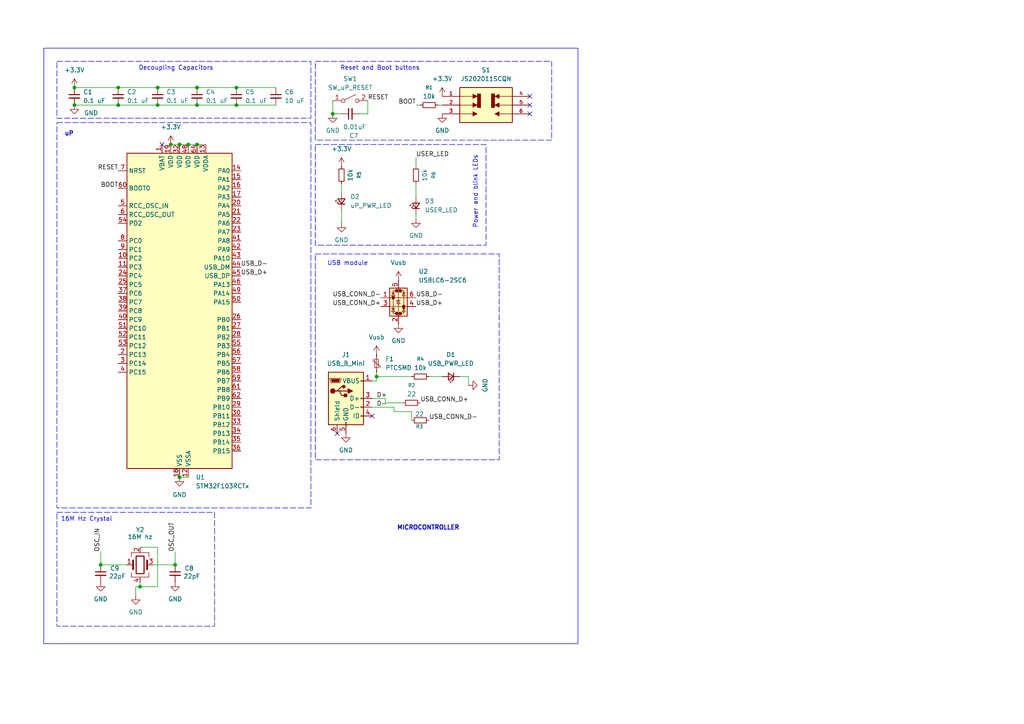
<source format=kicad_sch>
(kicad_sch (version 20250114) (generator "eeschema") (generator_version "9.0")
  (paper "A4")
  (title_block (title "Robot Brain PCB ") (date "2025-04-24") (rev "1.0") (company "Twyla Borck"))
  (lib_symbols
    (symbol "Connector:USB_B_Mini" (pin_names (offset 1.016))
      (property "Reference" "J" (at -5.08 11.43 0))
      (property "Value" "USB_B_Mini" (at -5.08 8.89 0))
      (symbol "USB_B_Mini_0_1"
        (rectangle (start -5.08 -7.62) (end 5.08 7.62) (stroke (width 0.254)) (fill (type background)))
        (polyline (pts (xy -4.699 5.842) (xy -4.699 5.588) (xy -4.445 4.826) (xy -4.445 4.572) (xy -1.651 4.572) (xy -1.651 4.826) (xy -1.397 5.588) (xy -1.397 5.842) (xy -4.699 5.842)))
        (polyline (pts (xy -4.318 5.588) (xy -1.778 5.588) (xy -2.032 4.826) (xy -4.064 4.826) (xy -4.318 5.588)) (fill (type outline)))
        (circle (center -3.81 2.159) (radius 0.635) (stroke (width 0.254)) (fill (type outline)))
        (polyline (pts (xy -3.175 2.159) (xy -2.54 2.159) (xy -1.27 3.429) (xy -0.635 3.429)) (stroke (width 0.254)))
        (polyline (pts (xy -2.54 2.159) (xy -1.905 2.159) (xy -1.27 0.889) (xy 0 0.889)) (stroke (width 0.254)))
        (polyline (pts (xy -1.905 2.159) (xy 0.635 2.159)) (stroke (width 0.254)))
        (circle (center -0.635 3.429) (radius 0.381) (stroke (width 0.254)) (fill (type outline)))
        (rectangle (start -0.127 -7.62) (end 0.127 -6.858))
        (rectangle (start 0.254 1.27) (end -0.508 0.508) (stroke (width 0.254)) (fill (type outline)))
        (polyline (pts (xy 0.635 2.794) (xy 0.635 1.524) (xy 1.905 2.159) (xy 0.635 2.794)) (stroke (width 0.254)) (fill (type outline)))
        (rectangle (start 5.08 4.953) (end 4.318 5.207))
        (rectangle (start 5.08 -0.127) (end 4.318 0.127))
        (rectangle (start 5.08 -2.667) (end 4.318 -2.413))
        (rectangle (start 5.08 -5.207) (end 4.318 -4.953))
      )
      (symbol "USB_B_Mini_1_1"
        (pin passive line (at -2.54 -10.16 90) (length 2.54) (name "Shield") (number "6"))
        (pin power_out line (at 0 -10.16 90) (length 2.54) (name "GND") (number "5"))
        (pin power_out line (at 7.62 5.08 180) (length 2.54) (name "VBUS") (number "1"))
        (pin bidirectional line (at 7.62 0 180) (length 2.54) (name "D+") (number "3"))
        (pin bidirectional line (at 7.62 -2.54 180) (length 2.54) (name "D-") (number "2"))
        (pin passive line (at 7.62 -5.08 180) (length 2.54) (name "ID") (number "4"))
      )
    )
    (symbol "Device:C_Small" (pin_numbers (hide yes)) (pin_names (offset 0.254) (hide yes))
      (property "Reference" "C" (at 0.254 1.778 0))
      (property "Value" "C_Small" (at 0.254 -2.032 0))
      (symbol "C_Small_0_1"
        (polyline (pts (xy -1.524 0.508) (xy 1.524 0.508)) (stroke (width 0.3048)))
        (polyline (pts (xy -1.524 -0.508) (xy 1.524 -0.508)) (stroke (width 0.3302)))
      )
      (symbol "C_Small_1_1"
        (pin passive line (at 0 2.54 270) (length 2.032) (name "~") (number "1"))
        (pin passive line (at 0 -2.54 90) (length 2.032) (name "~") (number "2"))
      )
    )
    (symbol "Device:Crystal_GND24" (pin_names (offset 1.016) (hide yes))
      (property "Reference" "Y" (at 3.175 5.08 0))
      (property "Value" "Crystal_GND24" (at 3.175 3.175 0))
      (symbol "Crystal_GND24_0_1"
        (polyline (pts (xy -2.54 2.286) (xy -2.54 3.556) (xy 2.54 3.556) (xy 2.54 2.286)))
        (polyline (pts (xy -2.54 0) (xy -2.032 0)))
        (polyline (pts (xy -2.54 -2.286) (xy -2.54 -3.556) (xy 2.54 -3.556) (xy 2.54 -2.286)))
        (polyline (pts (xy -2.032 -1.27) (xy -2.032 1.27)) (stroke (width 0.508)))
        (rectangle (start -1.143 2.54) (end 1.143 -2.54) (stroke (width 0.3048)))
        (polyline (pts (xy 0 3.556) (xy 0 3.81)))
        (polyline (pts (xy 0 -3.81) (xy 0 -3.556)))
        (polyline (pts (xy 2.032 0) (xy 2.54 0)))
        (polyline (pts (xy 2.032 -1.27) (xy 2.032 1.27)) (stroke (width 0.508)))
      )
      (symbol "Crystal_GND24_1_1"
        (pin passive line (at -3.81 0 0) (length 1.27) (name "1") (number "1"))
        (pin passive line (at 0 5.08 270) (length 1.27) (name "2") (number "2"))
        (pin passive line (at 0 -5.08 90) (length 1.27) (name "4") (number "4"))
        (pin passive line (at 3.81 0 180) (length 1.27) (name "3") (number "3"))
      )
    )
    (symbol "Device:LED_Small" (pin_numbers (hide yes)) (pin_names (offset 0.254) (hide yes))
      (property "Reference" "D" (at -1.27 3.175 0))
      (property "Value" "LED_Small" (at -4.445 -2.54 0))
      (symbol "LED_Small_0_1"
        (polyline (pts (xy -0.762 -1.016) (xy -0.762 1.016)) (stroke (width 0.254)))
        (polyline (pts (xy 0 0.762) (xy -0.508 1.27) (xy -0.254 1.27) (xy -0.508 1.27) (xy -0.508 1.016)))
        (polyline (pts (xy 0.508 1.27) (xy 0 1.778) (xy 0.254 1.778) (xy 0 1.778) (xy 0 1.524)))
        (polyline (pts (xy 0.762 -1.016) (xy -0.762 0) (xy 0.762 1.016) (xy 0.762 -1.016)) (stroke (width 0.254)))
        (polyline (pts (xy 1.016 0) (xy -0.762 0)))
      )
      (symbol "LED_Small_1_1"
        (pin passive line (at -2.54 0 0) (length 1.778) (name "K") (number "1"))
        (pin passive line (at 2.54 0 180) (length 1.778) (name "A") (number "2"))
      )
    )
    (symbol "Device:Polyfuse_Small" (pin_numbers (hide yes)) (pin_names (offset 0))
      (property "Reference" "F" (at -1.905 0 90))
      (property "Value" "Polyfuse_Small" (at 1.905 0 90))
      (symbol "Polyfuse_Small_0_1"
        (polyline (pts (xy -1.016 1.27) (xy -1.016 0.762) (xy 1.016 -0.762) (xy 1.016 -1.27)))
        (rectangle (start -0.508 1.27) (end 0.508 -1.27))
        (polyline (pts (xy 0 2.54) (xy 0 -2.54)))
      )
      (symbol "Polyfuse_Small_1_1"
        (pin passive line (at 0 2.54 270) (length 0.635) (name "~") (number "1"))
        (pin passive line (at 0 -2.54 90) (length 0.635) (name "~") (number "2"))
      )
    )
    (symbol "Device:R_Small" (pin_numbers (hide yes)) (pin_names (offset 0.254) (hide yes))
      (property "Reference" "R" (at 0 0 90))
      (property "Value" "R_Small" (at 1.778 0 90))
      (symbol "R_Small_0_1"
        (rectangle (start -0.762 1.778) (end 0.762 -1.778) (stroke (width 0.2032)))
      )
      (symbol "R_Small_1_1"
        (pin passive line (at 0 2.54 270) (length 0.762) (name "~") (number "1"))
        (pin passive line (at 0 -2.54 90) (length 0.762) (name "~") (number "2"))
      )
    )
    (symbol "MCU_ST_STM32F1:STM32F103RCTx"
      (property "Reference" "U" (at -15.24 46.99 0))
      (property "Value" "STM32F103RCTx" (at 10.16 46.99 0))
      (symbol "STM32F103RCTx_0_1"
        (rectangle (start -15.24 -45.72) (end 15.24 45.72) (stroke (width 0.254)) (fill (type background)))
      )
      (symbol "STM32F103RCTx_1_1"
        (pin input line (at -17.78 40.64 0) (length 2.54) (name "NRST") (number "7"))
        (pin input line (at -17.78 35.56 0) (length 2.54) (name "BOOT0") (number "60"))
        (pin bidirectional line (at -17.78 30.48 0) (length 2.54) (name "PD0") (number "5") (alternate "RCC_OSC_IN" bidirectional line))
        (pin bidirectional line (at -17.78 27.94 0) (length 2.54) (name "PD1") (number "6") (alternate "RCC_OSC_OUT" bidirectional line))
        (pin bidirectional line (at -17.78 25.4 0) (length 2.54) (name "PD2") (number "54"))
        (pin bidirectional line (at -17.78 20.32 0) (length 2.54) (name "PC0") (number "8"))
        (pin bidirectional line (at -17.78 17.78 0) (length 2.54) (name "PC1") (number "9"))
        (pin bidirectional line (at -17.78 15.24 0) (length 2.54) (name "PC2") (number "10"))
        (pin bidirectional line (at -17.78 12.7 0) (length 2.54) (name "PC3") (number "11"))
        (pin bidirectional line (at -17.78 10.16 0) (length 2.54) (name "PC4") (number "24"))
        (pin bidirectional line (at -17.78 7.62 0) (length 2.54) (name "PC5") (number "25"))
        (pin bidirectional line (at -17.78 5.08 0) (length 2.54) (name "PC6") (number "37"))
        (pin bidirectional line (at -17.78 2.54 0) (length 2.54) (name "PC7") (number "38"))
        (pin bidirectional line (at -17.78 0 0) (length 2.54) (name "PC8") (number "39"))
        (pin bidirectional line (at -17.78 -2.54 0) (length 2.54) (name "PC9") (number "40"))
        (pin bidirectional line (at -17.78 -5.08 0) (length 2.54) (name "PC10") (number "51"))
        (pin bidirectional line (at -17.78 -7.62 0) (length 2.54) (name "PC11") (number "52"))
        (pin bidirectional line (at -17.78 -10.16 0) (length 2.54) (name "PC12") (number "53"))
        (pin bidirectional line (at -17.78 -12.7 0) (length 2.54) (name "PC13") (number "2"))
        (pin bidirectional line (at -17.78 -15.24 0) (length 2.54) (name "PC14") (number "3"))
        (pin bidirectional line (at -17.78 -17.78 0) (length 2.54) (name "PC15") (number "4"))
        (pin power_in line (at -5.08 48.26 270) (length 2.54) (name "VBAT") (number "1"))
        (pin power_in line (at -2.54 48.26 270) (length 2.54) (name "VDD") (number "19"))
        (pin power_in line (at 0 48.26 270) (length 2.54) (name "VDD") (number "32"))
        (pin power_in line (at 0 -48.26 90) (length 2.54) (name "VSS") (number "18"))
        (pin passive line (at 0 -48.26 90) (length 2.54) (hide yes) (name "VSS") (number "31"))
        (pin passive line (at 0 -48.26 90) (length 2.54) (hide yes) (name "VSS") (number "47"))
        (pin passive line (at 0 -48.26 90) (length 2.54) (hide yes) (name "VSS") (number "63"))
        (pin power_in line (at 2.54 48.26 270) (length 2.54) (name "VDD") (number "48"))
        (pin power_in line (at 2.54 -48.26 90) (length 2.54) (name "VSSA") (number "12"))
        (pin power_in line (at 5.08 48.26 270) (length 2.54) (name "VDD") (number "64"))
        (pin power_in line (at 7.62 48.26 270) (length 2.54) (name "VDDA") (number "13"))
        (pin bidirectional line (at 17.78 40.64 180) (length 2.54) (name "PA0") (number "14"))
        (pin bidirectional line (at 17.78 38.1 180) (length 2.54) (name "PA1") (number "15"))
        (pin bidirectional line (at 17.78 35.56 180) (length 2.54) (name "PA2") (number "16"))
        (pin bidirectional line (at 17.78 33.02 180) (length 2.54) (name "PA3") (number "17"))
        (pin bidirectional line (at 17.78 30.48 180) (length 2.54) (name "PA4") (number "20"))
        (pin bidirectional line (at 17.78 27.94 180) (length 2.54) (name "PA5") (number "21"))
        (pin bidirectional line (at 17.78 25.4 180) (length 2.54) (name "PA6") (number "22"))
        (pin bidirectional line (at 17.78 22.86 180) (length 2.54) (name "PA7") (number "23"))
        (pin bidirectional line (at 17.78 20.32 180) (length 2.54) (name "PA8") (number "41"))
        (pin bidirectional line (at 17.78 17.78 180) (length 2.54) (name "PA9") (number "42"))
        (pin bidirectional line (at 17.78 15.24 180) (length 2.54) (name "PA10") (number "43"))
        (pin bidirectional line (at 17.78 12.7 180) (length 2.54) (name "PA11") (number "44") (alternate "USB_DM" bidirectional line))
        (pin bidirectional line (at 17.78 10.16 180) (length 2.54) (name "PA12") (number "45") (alternate "USB_DP" bidirectional line))
        (pin bidirectional line (at 17.78 7.62 180) (length 2.54) (name "PA13") (number "46"))
        (pin bidirectional line (at 17.78 5.08 180) (length 2.54) (name "PA14") (number "49"))
        (pin bidirectional line (at 17.78 2.54 180) (length 2.54) (name "PA15") (number "50"))
        (pin bidirectional line (at 17.78 -2.54 180) (length 2.54) (name "PB0") (number "26"))
        (pin bidirectional line (at 17.78 -5.08 180) (length 2.54) (name "PB1") (number "27"))
        (pin bidirectional line (at 17.78 -7.62 180) (length 2.54) (name "PB2") (number "28"))
        (pin bidirectional line (at 17.78 -10.16 180) (length 2.54) (name "PB3") (number "55"))
        (pin bidirectional line (at 17.78 -12.7 180) (length 2.54) (name "PB4") (number "56"))
        (pin bidirectional line (at 17.78 -15.24 180) (length 2.54) (name "PB5") (number "57"))
        (pin bidirectional line (at 17.78 -17.78 180) (length 2.54) (name "PB6") (number "58"))
        (pin bidirectional line (at 17.78 -20.32 180) (length 2.54) (name "PB7") (number "59"))
        (pin bidirectional line (at 17.78 -22.86 180) (length 2.54) (name "PB8") (number "61"))
        (pin bidirectional line (at 17.78 -25.4 180) (length 2.54) (name "PB9") (number "62"))
        (pin bidirectional line (at 17.78 -27.94 180) (length 2.54) (name "PB10") (number "29"))
        (pin bidirectional line (at 17.78 -30.48 180) (length 2.54) (name "PB11") (number "30"))
        (pin bidirectional line (at 17.78 -33.02 180) (length 2.54) (name "PB12") (number "33"))
        (pin bidirectional line (at 17.78 -35.56 180) (length 2.54) (name "PB13") (number "34"))
        (pin bidirectional line (at 17.78 -38.1 180) (length 2.54) (name "PB14") (number "35"))
        (pin bidirectional line (at 17.78 -40.64 180) (length 2.54) (name "PB15") (number "36"))
      )
    )
    (symbol "Power_Protection:USBLC6-2SC6" (pin_names (hide yes))
      (property "Reference" "U" (at 0.635 5.715 0))
      (property "Value" "USBLC6-2SC6" (at 0.635 3.81 0))
      (symbol "USBLC6-2SC6_0_0"
        (circle (center -1.524 0) (radius 0.0001) (stroke (width 0.508)))
        (circle (center -0.508 2.032) (radius 0.0001) (stroke (width 0.508)))
        (circle (center -0.508 -4.572) (radius 0.0001) (stroke (width 0.508)))
        (circle (center 0.508 2.032) (radius 0.0001) (stroke (width 0.508)))
        (circle (center 0.508 -4.572) (radius 0.0001) (stroke (width 0.508)))
        (circle (center 1.524 -2.54) (radius 0.0001) (stroke (width 0.508)))
      )
      (symbol "USBLC6-2SC6_0_1"
        (polyline (pts (xy -2.54 0) (xy 2.54 0)))
        (polyline (pts (xy -2.54 -2.54) (xy 2.54 -2.54)))
        (polyline (pts (xy -2.032 0.508) (xy -1.016 0.508) (xy -1.524 1.524) (xy -2.032 0.508)))
        (polyline (pts (xy -2.032 -3.048) (xy -1.016 -3.048)))
        (polyline (pts (xy -1.016 1.524) (xy -2.032 1.524)))
        (polyline (pts (xy -1.016 -4.064) (xy -2.032 -4.064) (xy -1.524 -3.048) (xy -1.016 -4.064)))
        (polyline (pts (xy -0.508 -1.143) (xy -0.508 -0.762) (xy 0.508 -0.762)))
        (polyline (pts (xy 0 2.54) (xy -0.508 2.032) (xy 0.508 2.032) (xy 0 1.524) (xy 0 -4.064) (xy -0.508 -4.572) (xy 0.508 -4.572) (xy 0 -5.08)))
        (polyline (pts (xy 0.508 -1.778) (xy -0.508 -1.778) (xy 0 -0.762) (xy 0.508 -1.778)))
        (polyline (pts (xy 1.016 1.524) (xy 2.032 1.524)))
        (polyline (pts (xy 1.016 -3.048) (xy 2.032 -3.048)))
        (polyline (pts (xy 2.032 0.508) (xy 1.016 0.508) (xy 1.524 1.524) (xy 2.032 0.508)))
        (polyline (pts (xy 2.032 -4.064) (xy 1.016 -4.064) (xy 1.524 -3.048) (xy 2.032 -4.064)))
      )
      (symbol "USBLC6-2SC6_1_1"
        (rectangle (start -2.54 2.794) (end 2.54 -5.334) (stroke (width 0.254)) (fill (type background)))
        (polyline (pts (xy -0.508 2.032) (xy -1.524 2.032) (xy -1.524 -4.572) (xy -0.508 -4.572)))
        (polyline (pts (xy 0.508 -4.572) (xy 1.524 -4.572) (xy 1.524 2.032) (xy 0.508 2.032)))
        (pin passive line (at -5.08 0 0) (length 2.54) (name "I/O1") (number "1"))
        (pin passive line (at -5.08 -2.54 0) (length 2.54) (name "I/O2") (number "3"))
        (pin passive line (at 0 5.08 270) (length 2.54) (name "VBUS") (number "5"))
        (pin passive line (at 0 -7.62 90) (length 2.54) (name "GND") (number "2"))
        (pin passive line (at 5.08 0 180) (length 2.54) (name "I/O1") (number "6"))
        (pin passive line (at 5.08 -2.54 180) (length 2.54) (name "I/O2") (number "4"))
      )
    )
    (symbol "Switch:SW_SPST" (pin_names (offset 0) (hide yes))
      (property "Reference" "SW" (at 0 3.175 0))
      (property "Value" "SW_SPST" (at 0 -2.54 0))
      (symbol "SW_SPST_0_0"
        (circle (center -2.032 0) (radius 0.508))
        (polyline (pts (xy -1.524 0.254) (xy 1.524 1.778)))
        (circle (center 2.032 0) (radius 0.508))
      )
      (symbol "SW_SPST_1_1"
        (pin passive line (at -5.08 0 0) (length 2.54) (name "A") (number "1"))
        (pin passive line (at 5.08 0 180) (length 2.54) (name "B") (number "2"))
      )
    )
    (symbol "power:+3.3V" (power) (pin_numbers (hide yes)) (pin_names (offset 0) (hide yes))
      (property "Value" "+3.3V" (at 0 3.556 0))
      (symbol "+3.3V_0_1"
        (polyline (pts (xy -0.762 1.27) (xy 0 2.54)))
        (polyline (pts (xy 0 2.54) (xy 0.762 1.27)))
        (polyline (pts (xy 0 0) (xy 0 2.54)))
      )
      (symbol "+3.3V_1_1"
        (pin power_in line (at 0 0 90) (length 0) (name "~") (number "1"))
      )
    )
    (symbol "power:GND" (power) (pin_numbers (hide yes)) (pin_names (offset 0) (hide yes))
      (property "Value" "GND" (at 0 -3.81 0))
      (symbol "GND_0_1"
        (polyline (pts (xy 0 0) (xy 0 -1.27) (xy 1.27 -1.27) (xy 0 -2.54) (xy -1.27 -1.27) (xy 0 -1.27)))
      )
      (symbol "GND_1_1"
        (pin power_in line (at 0 0 270) (length 0) (name "~") (number "1"))
      )
    )
    (symbol "power:VCC" (power) (pin_numbers (hide yes)) (pin_names (offset 0) (hide yes))
      (property "Value" "VCC" (at 0 3.556 0))
      (symbol "VCC_0_1"
        (polyline (pts (xy -0.762 1.27) (xy 0 2.54)))
        (polyline (pts (xy 0 2.54) (xy 0.762 1.27)))
        (polyline (pts (xy 0 0) (xy 0 2.54)))
      )
      (symbol "VCC_1_1"
        (pin power_in line (at 0 0 90) (length 0) (name "~") (number "1"))
      )
    )
    (symbol "uP_reset_Button:JS202011SCQN" (pin_names (offset 1.016))
      (property "Reference" "S" (at -7.62 6.35 0))
      (property "Value" "JS202011SCQN" (at -7.62 -6.35 0))
      (symbol "JS202011SCQN_0_0"
        (polyline (pts (xy -7.62 2.54) (xy -3.81 2.54)) (stroke (width 0.1524)))
        (polyline (pts (xy -7.62 0) (xy -3.81 0)) (stroke (width 0.1524)))
        (polyline (pts (xy -7.62 -2.54) (xy -3.81 -2.54)) (stroke (width 0.1524)))
        (rectangle (start -7.62 -5.08) (end 7.62 5.08) (stroke (width 0.254)) (fill (type background)))
        (polyline (pts (xy -3.81 3.175) (xy -3.81 1.905) (xy -2.54 2.54) (xy -3.81 3.175)) (stroke (width 0.1524)) (fill (type outline)))
        (polyline (pts (xy -3.81 0.635) (xy -3.81 -0.635) (xy -2.54 0) (xy -3.81 0.635)) (stroke (width 0.1524)) (fill (type outline)))
        (polyline (pts (xy -3.81 -1.905) (xy -3.81 -3.175) (xy -2.54 -2.54) (xy -3.81 -1.905)) (stroke (width 0.1524)) (fill (type outline)))
        (polyline (pts (xy -2.54 3.302) (xy -2.54 -0.762) (xy -1.524 -0.762) (xy -1.524 3.302) (xy -2.54 3.302)) (stroke (width 0.0254)) (fill (type outline)))
        (polyline (pts (xy 1.524 3.302) (xy 1.524 -0.762) (xy 2.54 -0.762) (xy 2.54 3.302) (xy 1.524 3.302)) (stroke (width 0.0254)) (fill (type outline)))
        (polyline (pts (xy 3.81 1.905) (xy 3.81 3.175) (xy 2.54 2.54) (xy 3.81 1.905)) (stroke (width 0.1524)) (fill (type outline)))
        (polyline (pts (xy 3.81 -0.635) (xy 3.81 0.635) (xy 2.54 0) (xy 3.81 -0.635)) (stroke (width 0.1524)) (fill (type outline)))
        (polyline (pts (xy 3.81 -3.175) (xy 3.81 -1.905) (xy 2.54 -2.54) (xy 3.81 -3.175)) (stroke (width 0.1524)) (fill (type outline)))
        (polyline (pts (xy 7.62 2.54) (xy 3.81 2.54)) (stroke (width 0.1524)))
        (polyline (pts (xy 7.62 0) (xy 3.81 0)) (stroke (width 0.1524)))
        (polyline (pts (xy 7.62 -2.54) (xy 3.81 -2.54)) (stroke (width 0.1524)))
        (pin passive line (at -12.7 2.54 0) (length 5.08) (name "~") (number "1"))
        (pin passive line (at -12.7 0 0) (length 5.08) (name "~") (number "2"))
        (pin passive line (at -12.7 -2.54 0) (length 5.08) (name "~") (number "3"))
        (pin passive line (at 12.7 2.54 180) (length 5.08) (name "~") (number "4"))
        (pin passive line (at 12.7 0 180) (length 5.08) (name "~") (number "5"))
        (pin passive line (at 12.7 -2.54 180) (length 5.08) (name "~") (number "6"))
      )
    )
  )
  (rectangle (start 16.51 148.59) (end 62.23 181.61) (stroke (width 0) (type dash)))
  (rectangle (start 16.51 35.56) (end 90.17 147.32) (stroke (width 0) (type dash)))
  (rectangle (start 12.7 13.97) (end 167.64 186.69))
  (rectangle (start 16.51 17.78) (end 90.17 34.29) (stroke (width 0) (type dash)))
  (rectangle (start 91.44 41.91) (end 140.97 71.12) (stroke (width 0) (type dash)))
  (rectangle (start 91.44 17.78) (end 160.02 40.64) (stroke (width 0) (type dash)))
  (rectangle (start 91.44 73.66) (end 144.78 133.35) (stroke (width 0) (type dash)))
  (text "Power and blink LEDs\n" (at 137.922 55.626 90) (effects (font (size 1.27 1.27))))
  (text "MICROCONTROLLER" (at 124.206 153.162 0) (effects (font (size 1.27 1.27) (thickness 0.254) (bold yes))))
  (text "Reset and Boot buttons" (at 110.236 19.812 0) (effects (font (size 1.27 1.27))))
  (text "USB module" (at 100.838 76.454 0) (effects (font (size 1.27 1.27))))
  (text "Decoupling Capacitors" (at 51.054 19.812 0) (effects (font (size 1.27 1.27))))
  (text "uP" (at 20.066 38.862 0) (effects (font (size 1.27 1.27) (thickness 0.254) (bold yes))))
  (text "16M Hz Crystal" (at 25.146 150.622 0) (effects (font (size 1.27 1.27))))
  (junction (at 29.21 163.83))
  (junction (at 57.15 30.48))
  (junction (at 34.29 30.48))
  (junction (at 21.59 25.4))
  (junction (at 21.59 30.48))
  (junction (at 96.52 33.02))
  (junction (at 45.72 30.48))
  (junction (at 57.15 41.91))
  (junction (at 45.72 25.4))
  (junction (at 109.22 109.22))
  (junction (at 50.8 163.83))
  (junction (at 68.58 30.48))
  (junction (at 57.15 25.4))
  (junction (at 34.29 25.4))
  (junction (at 52.07 41.91))
  (junction (at 68.58 25.4))
  (junction (at 40.64 170.18))
  (junction (at 49.53 41.91))
  (junction (at 54.61 41.91))
  (junction (at 52.07 138.43))
  (no_connect (at 46.99 41.91))
  (no_connect (at 153.67 33.02))
  (no_connect (at 153.67 30.48))
  (no_connect (at 107.95 120.65))
  (no_connect (at 153.67 27.94))
  (no_connect (at 97.79 125.73))
  (wire (pts (xy 57.15 41.91) (xy 59.69 41.91)))
  (wire (pts (xy 135.89 109.22) (xy 133.35 109.22)))
  (wire (pts (xy 99.06 53.34) (xy 99.06 55.88)))
  (wire (pts (xy 68.58 25.4) (xy 80.01 25.4)))
  (wire (pts (xy 114.3 119.38) (xy 114.3 118.11)))
  (wire (pts (xy 109.22 110.49) (xy 107.95 110.49)))
  (wire (pts (xy 120.65 53.34) (xy 120.65 57.15)))
  (wire (pts (xy 21.59 30.48) (xy 34.29 30.48)))
  (wire (pts (xy 50.8 160.02) (xy 50.8 163.83)))
  (wire (pts (xy 52.07 138.43) (xy 54.61 138.43)))
  (wire (pts (xy 111.76 116.84) (xy 116.84 116.84)))
  (wire (pts (xy 104.14 33.02) (xy 106.68 33.02)))
  (wire (pts (xy 120.65 30.48) (xy 121.92 30.48)))
  (wire (pts (xy 107.95 115.57) (xy 111.76 115.57)))
  (wire (pts (xy 128.27 109.22) (xy 124.46 109.22)))
  (wire (pts (xy 45.72 25.4) (xy 57.15 25.4)))
  (wire (pts (xy 29.21 160.02) (xy 29.21 163.83)))
  (wire (pts (xy 29.21 163.83) (xy 36.83 163.83)))
  (wire (pts (xy 45.72 170.18) (xy 40.64 170.18)))
  (wire (pts (xy 39.37 172.72) (xy 39.37 170.18)))
  (wire (pts (xy 34.29 30.48) (xy 45.72 30.48)))
  (wire (pts (xy 120.65 45.72) (xy 120.65 48.26)))
  (wire (pts (xy 96.52 29.21) (xy 96.52 33.02)))
  (wire (pts (xy 49.53 41.91) (xy 52.07 41.91)))
  (wire (pts (xy 120.65 62.23) (xy 120.65 63.5)))
  (wire (pts (xy 109.22 107.95) (xy 109.22 109.22)))
  (wire (pts (xy 119.38 109.22) (xy 109.22 109.22)))
  (wire (pts (xy 54.61 41.91) (xy 57.15 41.91)))
  (wire (pts (xy 57.15 25.4) (xy 68.58 25.4)))
  (wire (pts (xy 99.06 60.96) (xy 99.06 64.77)))
  (wire (pts (xy 40.64 170.18) (xy 40.64 168.91)))
  (wire (pts (xy 45.72 158.75) (xy 45.72 170.18)))
  (wire (pts (xy 40.64 170.18) (xy 39.37 170.18)))
  (wire (pts (xy 40.64 158.75) (xy 45.72 158.75)))
  (wire (pts (xy 109.22 109.22) (xy 109.22 110.49)))
  (wire (pts (xy 57.15 30.48) (xy 68.58 30.48)))
  (wire (pts (xy 34.29 25.4) (xy 45.72 25.4)))
  (wire (pts (xy 21.59 25.4) (xy 34.29 25.4)))
  (wire (pts (xy 135.89 111.76) (xy 135.89 109.22)))
  (wire (pts (xy 106.68 33.02) (xy 106.68 29.21)))
  (wire (pts (xy 119.38 119.38) (xy 114.3 119.38)))
  (wire (pts (xy 96.52 33.02) (xy 99.06 33.02)))
  (wire (pts (xy 127 30.48) (xy 128.27 30.48)))
  (wire (pts (xy 44.45 163.83) (xy 50.8 163.83)))
  (wire (pts (xy 107.95 118.11) (xy 114.3 118.11)))
  (wire (pts (xy 45.72 30.48) (xy 57.15 30.48)))
  (wire (pts (xy 111.76 115.57) (xy 111.76 116.84)))
  (wire (pts (xy 119.38 121.92) (xy 119.38 119.38)))
  (wire (pts (xy 52.07 41.91) (xy 54.61 41.91)))
  (wire (pts (xy 68.58 30.48) (xy 80.01 30.48)))
  (label "OSC_OUT" (at 50.8 160.02 90))
  (label "USB_CONN_D+" (at 110.49 88.9 180))
  (label "USB_D-" (at 120.65 86.36 0))
  (label "RESET" (at 106.68 29.21 0))
  (label "USB_D+" (at 120.65 88.9 0))
  (label "USER_LED" (at 120.65 45.72 0))
  (label "USB_CONN_D+" (at 121.92 116.84 0))
  (label "OSC_IN" (at 29.21 160.02 90))
  (label "BOOT" (at 120.65 30.48 180))
  (label "D+" (at 109.22 115.57 0))
  (label "USB_CONN_D-" (at 124.46 121.92 0))
  (label "USB_CONN_D-" (at 110.49 86.36 180))
  (label "RESET" (at 34.29 49.53 180))
  (label "BOOT" (at 34.29 54.61 180))
  (label "D-" (at 109.22 118.11 0))
  (label "USB_D-" (at 69.85 77.47 0))
  (label "USB_D+" (at 69.85 80.01 0))
  (symbol (lib_id "Device:C_Small") (at 50.8 166.37 0) (unit 1)
    (property "Reference" "C8" (at 54.864 164.846 0))
    (property "Value" "22pF" (at 55.626 167.132 0))
    (property "Footprint" "Capacitor_SMD:C_0805_2012Metric_Pad1.18x1.45mm_HandSolder" (effects (hide yes)))
    (property "Description" "Unpolarized capacitor, small symbol" (effects (hide yes)))
    (property "Mouser" "https://www.mouser.com/ProductDetail/KYOCERA-AVX/0805ZA220JAT2A?qs=qVfB0%2FDaMDayn2JkoZWS9w%3D%3D" (effects (hide yes)))
    (property "Mfr #P" "0805ZA220JAT2A" (effects (hide yes)))
    (property "Price" "0.21" (effects (hide yes)))
  )
  (symbol (lib_id "Device:Crystal_GND24") (at 40.64 163.83 0) (unit 1)
    (property "Reference" "Y2" (at 40.64 153.67 0))
    (property "Value" "16M hz" (at 40.64 155.702 0))
    (property "Footprint" "Crystal:Crystal_SMD_Abracon_ABM8G-4Pin_3.2x2.5mm" (effects (hide yes)))
    (property "Description" "Four pin crystal, GND on pins 2 and 4" (effects (hide yes)))
    (property "mouser" "https://www.mouser.com/ProductDetail/ABRACON/ABM8-16.000MHZ-D1X-T?qs=vLWxofP3U2w30ayrUAlCvg%3D%3D&srsltid=AfmBOorKWmk8-xH8rxNCOYiPxKTKjEnSaLbItk69hI8mQkBKQUp6yIAQ" (effects (hide yes)))
    (property "mfr#" "ABM8-16.000MHZ-D1X-T" (effects (hide yes)))
    (property "cost" "0.43" (effects (hide yes)))
  )
  (symbol (lib_id "power:GND") (at 120.65 63.5 0) (unit 1)
    (property "Reference" "#PWR017" (effects (hide yes)))
    (property "Value" "GND" (at 120.65 68.326 0))
    (property "Description" "Power symbol creates a global label with name \"GND\" , ground" (effects (hide yes)))
  )
  (symbol (lib_id "power:GND") (at 128.27 33.02 0) (unit 1)
    (property "Reference" "#PWR06" (effects (hide yes)))
    (property "Value" "GND" (at 128.27 37.846 0))
    (property "Description" "Power symbol creates a global label with name \"GND\" , ground" (effects (hide yes)))
  )
  (symbol (lib_id "power:GND") (at 50.8 168.91 0) (unit 1)
    (property "Reference" "#PWR09" (effects (hide yes)))
    (property "Value" "GND" (at 50.8 173.736 0))
    (property "Description" "Power symbol creates a global label with name \"GND\" , ground" (effects (hide yes)))
  )
  (symbol (lib_id "Device:C_Small") (at 101.6 33.02 90) (unit 1)
    (property "Reference" "C7" (at 102.616 39.37 90))
    (property "Value" "0.01uF" (at 102.87 36.83 90))
    (property "Footprint" "Capacitor_SMD:C_0805_2012Metric_Pad1.18x1.45mm_HandSolder" (effects (hide yes)))
    (property "Description" "Unpolarized capacitor, small symbol" (effects (hide yes)))
    (property "Mouser" "https://www.mouser.com/ProductDetail/KYOCERA-AVX/KAF21BR72A103JT?qs=sGAEpiMZZMvsSlwiRhF8qrQG6leidpLjcDGchfK3z7vBa8kdIii1%252Bg%3D%3D" (effects (hide yes)))
    (property "Mfr #P" "KAF21BR72A103JT" (effects (hide yes)))
    (property "Price" "0.10" (effects (hide yes)))
  )
  (symbol (lib_id "Switch:SW_SPST") (at 101.6 29.21 0) (unit 1)
    (property "Reference" "SW1" (at 101.6 22.86 0))
    (property "Value" "SW_uP_RESET" (at 101.6 25.4 0))
    (property "Footprint" "SW_uP_Reset:SW_uP_Reset" (effects (hide yes)))
    (property "Description" "Single Pole Single Throw (SPST) switch" (effects (hide yes)))
  )
  (symbol (lib_id "power:+3.3V") (at 99.06 48.26 0) (unit 1)
    (property "Reference" "#PWR018" (effects (hide yes)))
    (property "Value" "+3.3V" (at 99.06 43.18 0))
    (property "Description" "Power symbol creates a global label with name \"+3.3V\"" (effects (hide yes)))
  )
  (symbol (lib_id "Device:C_Small") (at 21.59 27.94 0) (unit 1)
    (property "Reference" "C1" (at 24.13 26.6762 0) (effects (justify left)))
    (property "Value" "0.1 uF" (at 24.13 29.2162 0) (effects (justify left)))
    (property "Footprint" "Capacitor_SMD:C_0805_2012Metric_Pad1.18x1.45mm_HandSolder" (effects (hide yes)))
    (property "Description" "Unpolarized capacitor, small symbol" (effects (hide yes)))
    (property "Mouser" "https://www.mouser.com/ProductDetail/KYOCERA-AVX/KAM21BR71H104JT?qs=sGAEpiMZZMsh%252B1woXyUXj17cMikWvs6%2F6aKx5H2Tu1A%3D" (effects (hide yes)))
    (property "Mfr #P" "KAM21BR71H104JT" (effects (hide yes)))
    (property "Price" "0.20" (effects (hide yes)))
  )
  (symbol (lib_id "power:GND") (at 100.33 125.73 0) (unit 1)
    (property "Reference" "#PWR011" (effects (hide yes)))
    (property "Value" "GND" (at 100.33 130.556 0))
    (property "Description" "Power symbol creates a global label with name \"GND\" , ground" (effects (hide yes)))
  )
  (symbol (lib_id "Device:C_Small") (at 34.29 27.94 0) (unit 1)
    (property "Reference" "C2" (at 36.83 26.6762 0) (effects (justify left)))
    (property "Value" "0.1 uF" (at 36.83 29.2162 0) (effects (justify left)))
    (property "Footprint" "Capacitor_SMD:C_0805_2012Metric_Pad1.18x1.45mm_HandSolder" (effects (hide yes)))
    (property "Description" "Unpolarized capacitor, small symbol" (effects (hide yes)))
    (property "Mouser" "https://www.mouser.com/ProductDetail/KYOCERA-AVX/KAM21BR71H104JT?qs=sGAEpiMZZMsh%252B1woXyUXj17cMikWvs6%2F6aKx5H2Tu1A%3D" (effects (hide yes)))
    (property "Mfr #P" "KAM21BR71H104JT" (effects (hide yes)))
    (property "Price" "0.20" (effects (hide yes)))
  )
  (symbol (lib_id "Device:R_Small") (at 124.46 30.48 90) (unit 1)
    (property "Reference" "R1" (at 124.46 25.4 90) (effects (font (size 1.016 1.016))))
    (property "Value" "10k" (at 124.46 27.94 90))
    (property "Footprint" "Resistor_SMD:R_0805_2012Metric_Pad1.20x1.40mm_HandSolder" (effects (hide yes)))
    (property "Description" "Resistor, small symbol" (effects (hide yes)))
    (property "mouser" "https://www.mouser.com/ProductDetail/KOA-Speer/RK73B2ATTE103J?qs=I90P2AZw0BqeB%252B5wjce35A%3D%3D" (effects (hide yes)))
    (property "mfr#" "RK73B2ATTE103J" (effects (hide yes)))
    (property "cost" "0.11" (effects (hide yes)))
  )
  (symbol (lib_id "Device:C_Small") (at 80.01 27.94 0) (unit 1)
    (property "Reference" "C6" (at 82.55 26.6762 0) (effects (justify left)))
    (property "Value" "10 uF" (at 82.55 29.2162 0) (effects (justify left)))
    (property "Footprint" "Capacitor_SMD:C_0805_2012Metric_Pad1.18x1.45mm_HandSolder" (effects (hide yes)))
    (property "Description" "Unpolarized capacitor, small symbol" (effects (hide yes)))
    (property "Mouser" "https://www.mouser.com/ProductDetail/TAIYO-YUDEN/LMK212ABJ106KG-T?qs=vF%252B8ahGVileYw6h2RCH8zg%3D%3D" (effects (hide yes)))
    (property "Mfr #P" "LMK212ABJ106KG-T" (effects (hide yes)))
    (property "Price" "0.11" (effects (hide yes)))
  )
  (symbol (lib_id "uP_reset_Button:JS202011SCQN") (at 140.97 30.48 0) (unit 1)
    (property "Reference" "S1" (at 140.97 20.32 0))
    (property "Value" "JS202011SCQN" (at 140.97 22.86 0))
    (property "Footprint" "uP_reset_Button:SW_JS202011SCQN" (effects (hide yes)))
    (property "MF" "C&K" (effects (hide yes)))
    (property "MAXIMUM_PACKAGE_HEIGHT" "5.5 mm" (effects (hide yes)))
    (property "Package" "None" (effects (hide yes)))
    (property "Price" "None" (effects (hide yes)))
    (property "Check_prices" "https://www.snapeda.com/parts/JS202011SCQN/C%2526K/view-part/?ref=eda" (effects (hide yes)))
    (property "STANDARD" "Manufacturer Recommendations" (effects (hide yes)))
    (property "PARTREV" "26 May 22" (effects (hide yes)))
    (property "SnapEDA_Link" "https://www.snapeda.com/parts/JS202011SCQN/C%2526K/view-part/?ref=snap" (effects (hide yes)))
    (property "MP" "JS202011SCQN" (effects (hide yes)))
    (property "Description_1" "Slide Switch DPDT Surface Mount" (effects (hide yes)))
    (property "MANUFACTURER" "C&K" (effects (hide yes)))
    (property "Availability" "In Stock" (effects (hide yes)))
    (property "SNAPEDA_PN" "JS202011SCQN" (effects (hide yes)))
    (property "Mouser" "https://www.mouser.com/ProductDetail/CK/JS202011SCQN?qs=LgMIjt8LuD95JYWxZ7NvZA%3D%3D&srsltid=AfmBOooWG2jQnnc7L7HvAFbpSsFmnO5LPJIXQPK1DbUT0wn7WJM3AGIA" (effects (hide yes)))
    (property "Mfr#" "JS202011SCQN" (effects (hide yes)))
    (property "Cost" "0.74" (effects (hide yes)))
  )
  (symbol (lib_id "Device:R_Small") (at 121.92 109.22 90) (unit 1)
    (property "Reference" "R4" (at 121.92 104.14 90) (effects (font (size 1.016 1.016))))
    (property "Value" "10k" (at 121.92 106.68 90))
    (property "Footprint" "Resistor_SMD:R_0805_2012Metric_Pad1.20x1.40mm_HandSolder" (effects (hide yes)))
    (property "Description" "Resistor, small symbol" (effects (hide yes)))
    (property "mouser" "https://www.mouser.com/ProductDetail/KOA-Speer/RK73B2ATTE103J?qs=I90P2AZw0BqeB%252B5wjce35A%3D%3D" (effects (hide yes)))
    (property "mfr#" "RK73B2ATTE103J" (effects (hide yes)))
    (property "cost" "0.11" (effects (hide yes)))
  )
  (symbol (lib_id "Device:LED_Small") (at 99.06 58.42 90) (unit 1)
    (property "Reference" "D2" (at 101.6 57.0864 90) (effects (justify right)))
    (property "Value" "uP_PWR_LED" (at 101.6 59.6264 90) (effects (justify right)))
    (property "Footprint" "LED_SMD:LED_0805_2012Metric_Pad1.15x1.40mm_HandSolder" (effects (hide yes)))
    (property "Description" "Light emitting diode, small symbol" (effects (hide yes)))
    (property "Sim.Pin" "1=K 2=A" (effects (hide yes)))
    (property "mouser" "https://www.mouser.com/ProductDetail/Wurth-Elektronik/150141GS73100?qs=sGAEpiMZZMv0DJfhVcWlKwb9uSCDLxPflSc%2FuJa4EEnp6XJ%252BkNu69w%3D%3D" (effects (hide yes)))
    (property "mfr#" "150141GS73100" (effects (hide yes)))
    (property "cost" "0.19" (effects (hide yes)))
  )
  (symbol (lib_id "power:GND") (at 115.57 93.98 0) (unit 1)
    (property "Reference" "#PWR012" (effects (hide yes)))
    (property "Value" "GND" (at 115.57 98.806 0))
    (property "Description" "Power symbol creates a global label with name \"GND\" , ground" (effects (hide yes)))
  )
  (symbol (lib_id "Power_Protection:USBLC6-2SC6") (at 115.57 86.36 0) (unit 1)
    (property "Reference" "U2" (at 121.412 78.74 0) (effects (justify left)))
    (property "Value" "USBLC6-2SC6" (at 121.412 81.28 0) (effects (justify left)))
    (property "Footprint" "Package_TO_SOT_SMD:SOT-23-6" (effects (hide yes)))
    (property "Datasheet" "https://www.st.com/resource/en/datasheet/usblc6-2.pdf" (effects (hide yes)))
    (property "Description" "Very low capacitance ESD protection diode, 2 data-line, SOT-23-6" (effects (hide yes)))
  )
  (symbol (lib_id "Device:C_Small") (at 57.15 27.94 0) (unit 1)
    (property "Reference" "C4" (at 59.69 26.6762 0) (effects (justify left)))
    (property "Value" "0.1 uF" (at 59.69 29.2162 0) (effects (justify left)))
    (property "Footprint" "Capacitor_SMD:C_0805_2012Metric_Pad1.18x1.45mm_HandSolder" (effects (hide yes)))
    (property "Description" "Unpolarized capacitor, small symbol" (effects (hide yes)))
    (property "Mouser" "https://www.mouser.com/ProductDetail/KYOCERA-AVX/KAM21BR71H104JT?qs=sGAEpiMZZMsh%252B1woXyUXj17cMikWvs6%2F6aKx5H2Tu1A%3D" (effects (hide yes)))
    (property "Mfr #P" "KAM21BR71H104JT" (effects (hide yes)))
    (property "Price" "0.20" (effects (hide yes)))
  )
  (symbol (lib_id "power:GND") (at 39.37 172.72 0) (unit 1)
    (property "Reference" "#PWR010" (effects (hide yes)))
    (property "Value" "GND" (at 39.37 177.546 0))
    (property "Description" "Power symbol creates a global label with name \"GND\" , ground" (effects (hide yes)))
  )
  (symbol (lib_id "Connector:USB_B_Mini") (at 100.33 115.57 0) (unit 1)
    (property "Reference" "J1" (at 100.33 102.87 0))
    (property "Value" "USB_B_Mini" (at 100.33 105.41 0))
    (property "Footprint" "Connector_USB:USB_Mini-B_Lumberg_2486_01_Horizontal" (effects (hide yes)))
    (property "Description" "USB Mini Type B connector" (effects (hide yes)))
  )
  (symbol (lib_id "power:+3.3V") (at 49.53 41.91 0) (unit 1)
    (property "Reference" "#PWR01" (effects (hide yes)))
    (property "Value" "+3.3V" (at 49.53 36.83 0))
    (property "Description" "Power symbol creates a global label with name \"+3.3V\"" (effects (hide yes)))
  )
  (symbol (lib_id "Device:C_Small") (at 45.72 27.94 0) (unit 1)
    (property "Reference" "C3" (at 48.26 26.6762 0) (effects (justify left)))
    (property "Value" "0.1 uF" (at 48.26 29.2162 0) (effects (justify left)))
    (property "Footprint" "Capacitor_SMD:C_0805_2012Metric_Pad1.18x1.45mm_HandSolder" (effects (hide yes)))
    (property "Description" "Unpolarized capacitor, small symbol" (effects (hide yes)))
    (property "Mouser" "https://www.mouser.com/ProductDetail/KYOCERA-AVX/KAM21BR71H104JT?qs=sGAEpiMZZMsh%252B1woXyUXj17cMikWvs6%2F6aKx5H2Tu1A%3D" (effects (hide yes)))
    (property "Mfr #P" "KAM21BR71H104JT" (effects (hide yes)))
    (property "Price" "0.20" (effects (hide yes)))
  )
  (symbol (lib_id "Device:R_Small") (at 120.65 50.8 0) (unit 1)
    (property "Reference" "R6" (at 125.73 50.8 90) (effects (font (size 1.016 1.016))))
    (property "Value" "10k" (at 123.19 50.8 90))
    (property "Footprint" "Resistor_SMD:R_0805_2012Metric_Pad1.20x1.40mm_HandSolder" (effects (hide yes)))
    (property "Description" "Resistor, small symbol" (effects (hide yes)))
    (property "mouser" "https://www.mouser.com/ProductDetail/KOA-Speer/RK73B2ATTE103J?qs=I90P2AZw0BqeB%252B5wjce35A%3D%3D" (effects (hide yes)))
    (property "mfr#" "RK73B2ATTE103J" (effects (hide yes)))
    (property "cost" "0.11" (effects (hide yes)))
  )
  (symbol (lib_id "Device:LED_Small") (at 120.65 59.69 90) (unit 1)
    (property "Reference" "D3" (at 123.19 58.3564 90) (effects (justify right)))
    (property "Value" "USER_LED" (at 123.19 60.8964 90) (effects (justify right)))
    (property "Footprint" "LED_SMD:LED_0805_2012Metric_Pad1.15x1.40mm_HandSolder" (effects (hide yes)))
    (property "Description" "Light emitting diode, small symbol" (effects (hide yes)))
    (property "Sim.Pin" "1=K 2=A" (effects (hide yes)))
  )
  (symbol (lib_id "Device:R_Small") (at 119.38 116.84 90) (unit 1)
    (property "Reference" "R2" (at 119.38 111.76 90) (effects (font (size 1.016 1.016))))
    (property "Value" "22" (at 119.38 114.3 90))
    (property "Footprint" "Resistor_SMD:R_0805_2012Metric_Pad1.20x1.40mm_HandSolder" (effects (hide yes)))
    (property "Description" "Resistor, small symbol" (effects (hide yes)))
    (property "mouser" "https://www.mouser.com/ProductDetail/YAGEO/AF0805FR-0722RL?qs=tggtontpCXMZmGQwc1m6uw%3D%3D" (effects (hide yes)))
    (property "mfr#" "AF0805FR-0722RL" (effects (hide yes)))
    (property "cost" "0.11" (effects (hide yes)))
  )
  (symbol (lib_id "power:GND") (at 29.21 168.91 0) (unit 1)
    (property "Reference" "#PWR08" (effects (hide yes)))
    (property "Value" "GND" (at 29.21 173.736 0))
    (property "Description" "Power symbol creates a global label with name \"GND\" , ground" (effects (hide yes)))
  )
  (symbol (lib_id "Device:Polyfuse_Small") (at 109.22 105.41 0) (unit 1)
    (property "Reference" "F1" (at 111.76 104.1399 0) (effects (justify left)))
    (property "Value" "PTCSMD" (at 111.76 106.6799 0) (effects (justify left)))
    (property "Footprint" "Fuse:Fuse_0805_2012Metric_Pad1.15x1.40mm_HandSolder" (effects (hide yes)))
    (property "Description" "Resettable fuse, polymeric positive temperature coefficient, small symbol" (effects (hide yes)))
    (property "mouser" "https://www.mouser.com/ProductDetail/Bel-Fuse/0ZCK0050AF2E?qs=jyPKP7YLNfA3woHzbzsK%2FQ%3D%3D" (effects (hide yes)))
    (property "mfr#" "0ZCK0050AF2E" (effects (hide yes)))
    (property "cost" "0.32" (effects (hide yes)))
  )
  (symbol (lib_id "power:+3.3V") (at 128.27 27.94 0) (unit 1)
    (property "Reference" "#PWR07" (effects (hide yes)))
    (property "Value" "+3.3V" (at 128.27 22.86 0))
    (property "Description" "Power symbol creates a global label with name \"+3.3V\"" (effects (hide yes)))
  )
  (symbol (lib_id "Device:LED_Small") (at 130.81 109.22 180) (unit 1)
    (property "Reference" "D1" (at 130.7465 102.87 0))
    (property "Value" "USB_PWR_LED" (at 130.7465 105.41 0))
    (property "Footprint" "LED_SMD:LED_0805_2012Metric_Pad1.15x1.40mm_HandSolder" (effects (hide yes)))
    (property "Description" "Light emitting diode, small symbol" (effects (hide yes)))
    (property "Sim.Pin" "1=K 2=A" (effects (hide yes)))
    (property "mouser" "https://www.mouser.com/ProductDetail/Wurth-Elektronik/150141GS73100?qs=sGAEpiMZZMv0DJfhVcWlKwb9uSCDLxPflSc%2FuJa4EEnp6XJ%252BkNu69w%3D%3D" (effects (hide yes)))
    (property "mfr#" "150141GS73100" (effects (hide yes)))
    (property "cost" "0.19" (effects (hide yes)))
  )
  (symbol (lib_id "power:GND") (at 21.59 30.48 0) (unit 1)
    (property "Reference" "#PWR03" (effects (hide yes)))
    (property "Value" "GND" (at 26.416 32.766 0))
    (property "Description" "Power symbol creates a global label with name \"GND\" , ground" (effects (hide yes)))
  )
  (symbol (lib_id "power:VCC") (at 109.22 102.87 0) (unit 1)
    (property "Reference" "#PWR013" (effects (hide yes)))
    (property "Value" "Vusb" (at 109.22 97.79 0))
    (property "Description" "Power symbol creates a global label with name \"VCC\"" (effects (hide yes)))
  )
  (symbol (lib_id "power:GND") (at 52.07 138.43 0) (unit 1)
    (property "Reference" "#PWR04" (effects (hide yes)))
    (property "Value" "GND" (at 52.07 143.51 0))
    (property "Description" "Power symbol creates a global label with name \"GND\" , ground" (effects (hide yes)))
  )
  (symbol (lib_id "power:GND") (at 96.52 33.02 0) (unit 1)
    (property "Reference" "#PWR05" (effects (hide yes)))
    (property "Value" "GND" (at 96.52 37.846 0))
    (property "Description" "Power symbol creates a global label with name \"GND\" , ground" (effects (hide yes)))
  )
  (symbol (lib_id "power:GND") (at 135.89 111.76 90) (unit 1)
    (property "Reference" "#PWR015" (effects (hide yes)))
    (property "Value" "GND" (at 140.716 111.76 0))
    (property "Description" "Power symbol creates a global label with name \"GND\" , ground" (effects (hide yes)))
  )
  (symbol (lib_id "Device:C_Small") (at 68.58 27.94 0) (unit 1)
    (property "Reference" "C5" (at 71.12 26.6762 0) (effects (justify left)))
    (property "Value" "0.1 uF" (at 71.12 29.2162 0) (effects (justify left)))
    (property "Footprint" "Capacitor_SMD:C_0805_2012Metric_Pad1.18x1.45mm_HandSolder" (effects (hide yes)))
    (property "Description" "Unpolarized capacitor, small symbol" (effects (hide yes)))
    (property "Mouser" "https://www.mouser.com/ProductDetail/KYOCERA-AVX/KAM21BR71H104JT?qs=sGAEpiMZZMsh%252B1woXyUXj17cMikWvs6%2F6aKx5H2Tu1A%3D" (effects (hide yes)))
    (property "Mfr #P" "KAM21BR71H104JT" (effects (hide yes)))
    (property "Price" "0.20" (effects (hide yes)))
  )
  (symbol (lib_id "power:GND") (at 99.06 64.77 0) (unit 1)
    (property "Reference" "#PWR016" (effects (hide yes)))
    (property "Value" "GND" (at 99.06 69.596 0))
    (property "Description" "Power symbol creates a global label with name \"GND\" , ground" (effects (hide yes)))
  )
  (symbol (lib_id "power:VCC") (at 115.57 81.28 0) (unit 1)
    (property "Reference" "#PWR014" (effects (hide yes)))
    (property "Value" "Vusb" (at 115.57 76.2 0))
    (property "Description" "Power symbol creates a global label with name \"VCC\"" (effects (hide yes)))
  )
  (symbol (lib_id "Device:R_Small") (at 99.06 50.8 0) (unit 1)
    (property "Reference" "R5" (at 104.14 50.8 90) (effects (font (size 1.016 1.016))))
    (property "Value" "10k" (at 101.6 50.8 90))
    (property "Footprint" "Resistor_SMD:R_0805_2012Metric_Pad1.20x1.40mm_HandSolder" (effects (hide yes)))
    (property "Description" "Resistor, small symbol" (effects (hide yes)))
    (property "mouser" "https://www.mouser.com/ProductDetail/KOA-Speer/RK73B2ATTE103J?qs=I90P2AZw0BqeB%252B5wjce35A%3D%3D" (effects (hide yes)))
    (property "mfr#" "RK73B2ATTE103J" (effects (hide yes)))
    (property "cost" "0.11" (effects (hide yes)))
  )
  (symbol (lib_id "Device:R_Small") (at 121.92 121.92 90) (unit 1)
    (property "Reference" "R3" (at 121.666 123.698 90) (effects (font (size 1.016 1.016))))
    (property "Value" "22" (at 121.666 120.142 90))
    (property "Footprint" "Resistor_SMD:R_0805_2012Metric_Pad1.20x1.40mm_HandSolder" (effects (hide yes)))
    (property "Description" "Resistor, small symbol" (effects (hide yes)))
    (property "mouser" "https://www.mouser.com/ProductDetail/YAGEO/AF0805FR-0722RL?qs=tggtontpCXMZmGQwc1m6uw%3D%3D" (effects (hide yes)))
    (property "mfr#" "AF0805FR-0722RL" (effects (hide yes)))
    (property "cost" "0.11" (effects (hide yes)))
  )
  (symbol (lib_id "MCU_ST_STM32F1:STM32F103RCTx") (at 52.07 90.17 0) (unit 1)
    (property "Reference" "U1" (at 56.7533 138.43 0) (effects (justify left)))
    (property "Value" "STM32F103RCTx" (at 56.7533 140.97 0) (effects (justify left)))
    (property "Footprint" "Package_QFP:LQFP-64_10x10mm_P0.5mm" (effects (hide yes)))
    (property "Datasheet" "https://www.st.com/resource/en/datasheet/stm32f103rc.pdf" (effects (hide yes)))
    (property "Description" "STMicroelectronics Arm Cortex-M3 MCU, 256KB flash, 48KB RAM, 72 MHz, 2.0-3.6V, 51 GPIO, LQFP64" (effects (hide yes)))
    (property "Mouser" "https://www.mouser.com/ProductDetail/STMicroelectronics/STM32F103RCT6?qs=%252BB84zevwoRA6TYzZIgOIoA%3D%3D" (effects (hide yes)))
    (property "Mfg #P" "STM32F103RCT6" (effects (hide yes)))
    (property "Unit Price" "8.08" (effects (hide yes)))
    (pin "44" (alternate "USB_DM"))
    (pin "45" (alternate "USB_DP"))
    (pin "6" (alternate "RCC_OSC_OUT"))
    (pin "5" (alternate "RCC_OSC_IN"))
  )
  (symbol (lib_id "power:+3.3V") (at 21.59 25.4 0) (unit 1)
    (property "Reference" "#PWR02" (effects (hide yes)))
    (property "Value" "+3.3V" (at 21.59 20.32 0))
    (property "Description" "Power symbol creates a global label with name \"+3.3V\"" (effects (hide yes)))
  )
  (symbol (lib_id "Device:C_Small") (at 29.21 166.37 0) (unit 1)
    (property "Reference" "C9" (at 33.274 164.846 0))
    (property "Value" "22pF" (at 34.036 167.132 0))
    (property "Footprint" "Capacitor_SMD:C_0805_2012Metric_Pad1.18x1.45mm_HandSolder" (effects (hide yes)))
    (property "Description" "Unpolarized capacitor, small symbol" (effects (hide yes)))
    (property "Mouser" "https://www.mouser.com/ProductDetail/KYOCERA-AVX/0805ZA220JAT2A?qs=qVfB0%2FDaMDayn2JkoZWS9w%3D%3D" (effects (hide yes)))
    (property "Mfr #P" "0805ZA220JAT2A" (effects (hide yes)))
    (property "Price" "0.21" (effects (hide yes)))
  )
)
</source>
